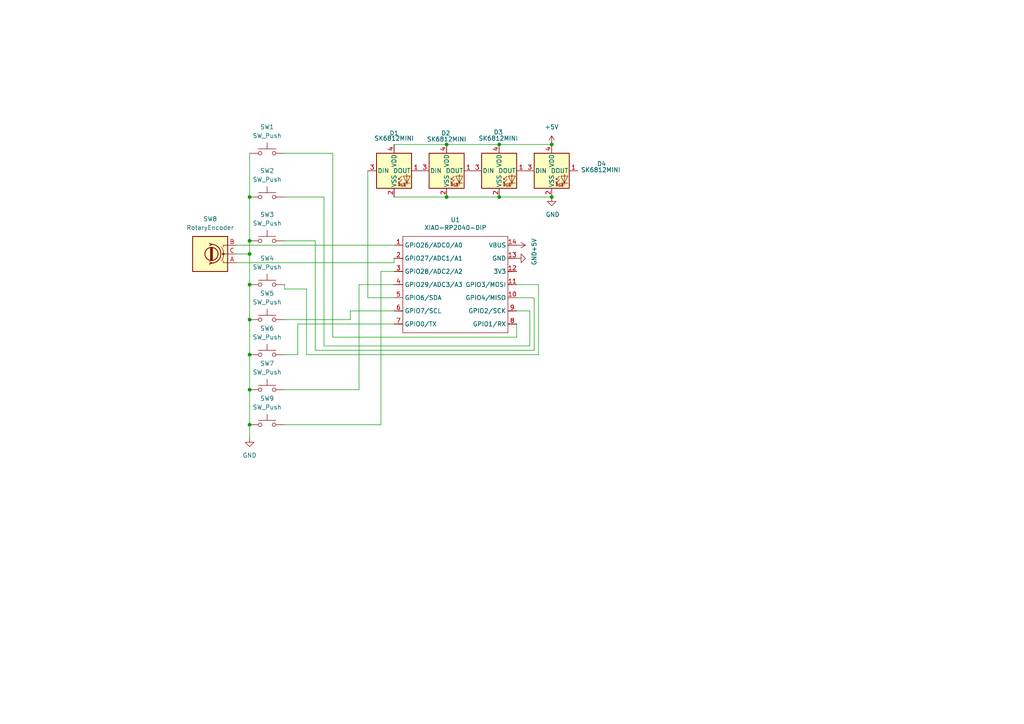
<source format=kicad_sch>
(kicad_sch (version 20250114) (generator "eeschema") (generator_version "9.0")
  (paper "A4")
  (lib_symbols
    (symbol "Device:RotaryEncoder" (pin_names (offset 0.254) (hide yes))
      (property "Reference" "SW" (at 0 6.604 0))
      (property "Value" "RotaryEncoder" (at 0 -6.604 0))
      (symbol "RotaryEncoder_0_1"
        (rectangle (start -5.08 5.08) (end 5.08 -5.08) (stroke (width 0.254)) (fill (type background)))
        (polyline (pts (xy -5.08 2.54) (xy -3.81 2.54) (xy -3.81 2.032)))
        (polyline (pts (xy -5.08 0) (xy -3.81 0) (xy -3.81 -1.016) (xy -3.302 -2.032)))
        (polyline (pts (xy -5.08 -2.54) (xy -3.81 -2.54) (xy -3.81 -2.032)))
        (polyline (pts (xy -4.318 0) (xy -3.81 0) (xy -3.81 1.016) (xy -3.302 2.032)))
        (circle (center -3.81 0) (radius 0.254) (fill (type outline)))
        (polyline (pts (xy -0.635 -1.778) (xy -0.635 1.778)) (stroke (width 0.254)))
        (circle (center -0.381 0) (radius 1.905) (stroke (width 0.254)))
        (polyline (pts (xy -0.381 -1.778) (xy -0.381 1.778)) (stroke (width 0.254)))
        (arc (start -0.381 -2.794) (mid -3.0988 -0.0635) (end -0.381 2.667) (stroke (width 0.254)))
        (polyline (pts (xy -0.127 1.778) (xy -0.127 -1.778)) (stroke (width 0.254)))
        (polyline (pts (xy 0.254 2.921) (xy -0.508 2.667) (xy 0.127 2.286)) (stroke (width 0.254)))
        (polyline (pts (xy 0.254 -3.048) (xy -0.508 -2.794) (xy 0.127 -2.413)) (stroke (width 0.254)))
      )
      (symbol "RotaryEncoder_1_1"
        (pin passive line (at -7.62 2.54 0) (length 2.54) (name "A") (number "A"))
        (pin passive line (at -7.62 0 0) (length 2.54) (name "C") (number "C"))
        (pin passive line (at -7.62 -2.54 0) (length 2.54) (name "B") (number "B"))
      )
    )
    (symbol "LED:SK6812MINI" (pin_names (offset 0.254))
      (property "Reference" "D" (at 5.08 5.715 0))
      (property "Value" "SK6812MINI" (at 1.27 -5.715 0))
      (symbol "SK6812MINI_0_0"
        (text "RGB" (at 2.286 -4.191 0) (effects (font (size 0.762 0.762))))
      )
      (symbol "SK6812MINI_0_1"
        (polyline (pts (xy 1.27 -2.54) (xy 1.778 -2.54)))
        (polyline (pts (xy 1.27 -3.556) (xy 1.778 -3.556)))
        (polyline (pts (xy 2.286 -1.524) (xy 1.27 -2.54) (xy 1.27 -2.032)))
        (polyline (pts (xy 2.286 -2.54) (xy 1.27 -3.556) (xy 1.27 -3.048)))
        (polyline (pts (xy 3.683 -1.016) (xy 3.683 -3.556) (xy 3.683 -4.064)))
        (polyline (pts (xy 4.699 -1.524) (xy 2.667 -1.524) (xy 3.683 -3.556) (xy 4.699 -1.524)))
        (polyline (pts (xy 4.699 -3.556) (xy 2.667 -3.556)))
        (rectangle (start 5.08 5.08) (end -5.08 -5.08) (stroke (width 0.254)) (fill (type background)))
      )
      (symbol "SK6812MINI_1_1"
        (pin input line (at -7.62 0 0) (length 2.54) (name "DIN") (number "3"))
        (pin power_in line (at 0 7.62 270) (length 2.54) (name "VDD") (number "4"))
        (pin power_in line (at 0 -7.62 90) (length 2.54) (name "VSS") (number "2"))
        (pin output line (at 7.62 0 180) (length 2.54) (name "DOUT") (number "1"))
      )
    )
    (symbol "Seeed_Studio_XIAO_Series:XIAO-RP2040-DIP"
      (property "Reference" "U" (at 0 0 0))
      (property "Value" "XIAO-RP2040-DIP" (at 5.334 -1.778 0))
      (symbol "XIAO-RP2040-DIP_1_0"
        (polyline (pts (xy -1.27 -2.54) (xy 29.21 -2.54)) (stroke (width 0.1524)))
        (polyline (pts (xy -1.27 -5.08) (xy -2.54 -5.08)) (stroke (width 0.1524)))
        (polyline (pts (xy -1.27 -5.08) (xy -1.27 -2.54)) (stroke (width 0.1524)))
        (polyline (pts (xy -1.27 -8.89) (xy -2.54 -8.89)) (stroke (width 0.1524)))
        (polyline (pts (xy -1.27 -8.89) (xy -1.27 -5.08)) (stroke (width 0.1524)))
        (polyline (pts (xy -1.27 -12.7) (xy -2.54 -12.7)) (stroke (width 0.1524)))
        (polyline (pts (xy -1.27 -12.7) (xy -1.27 -8.89)) (stroke (width 0.1524)))
        (polyline (pts (xy -1.27 -16.51) (xy -2.54 -16.51)) (stroke (width 0.1524)))
        (polyline (pts (xy -1.27 -16.51) (xy -1.27 -12.7)) (stroke (width 0.1524)))
        (polyline (pts (xy -1.27 -20.32) (xy -2.54 -20.32)) (stroke (width 0.1524)))
        (polyline (pts (xy -1.27 -24.13) (xy -2.54 -24.13)) (stroke (width 0.1524)))
        (polyline (pts (xy -1.27 -27.94) (xy -2.54 -27.94)) (stroke (width 0.1524)))
        (polyline (pts (xy -1.27 -30.48) (xy -1.27 -16.51)) (stroke (width 0.1524)))
        (polyline (pts (xy 29.21 -2.54) (xy 29.21 -5.08)) (stroke (width 0.1524)))
        (polyline (pts (xy 29.21 -5.08) (xy 29.21 -8.89)) (stroke (width 0.1524)))
        (polyline (pts (xy 29.21 -8.89) (xy 29.21 -12.7)) (stroke (width 0.1524)))
        (polyline (pts (xy 29.21 -12.7) (xy 29.21 -30.48)) (stroke (width 0.1524)))
        (polyline (pts (xy 29.21 -30.48) (xy -1.27 -30.48)) (stroke (width 0.1524)))
        (polyline (pts (xy 30.48 -5.08) (xy 29.21 -5.08)) (stroke (width 0.1524)))
        (polyline (pts (xy 30.48 -8.89) (xy 29.21 -8.89)) (stroke (width 0.1524)))
        (polyline (pts (xy 30.48 -12.7) (xy 29.21 -12.7)) (stroke (width 0.1524)))
        (polyline (pts (xy 30.48 -16.51) (xy 29.21 -16.51)) (stroke (width 0.1524)))
        (polyline (pts (xy 30.48 -20.32) (xy 29.21 -20.32)) (stroke (width 0.1524)))
        (polyline (pts (xy 30.48 -24.13) (xy 29.21 -24.13)) (stroke (width 0.1524)))
        (polyline (pts (xy 30.48 -27.94) (xy 29.21 -27.94)) (stroke (width 0.1524)))
        (pin passive line (at -3.81 -5.08 0) (length 2.54) (name "GPIO26/ADC0/A0") (number "1"))
        (pin passive line (at -3.81 -8.89 0) (length 2.54) (name "GPIO27/ADC1/A1") (number "2"))
        (pin passive line (at -3.81 -12.7 0) (length 2.54) (name "GPIO28/ADC2/A2") (number "3"))
        (pin passive line (at -3.81 -16.51 0) (length 2.54) (name "GPIO29/ADC3/A3") (number "4"))
        (pin passive line (at -3.81 -20.32 0) (length 2.54) (name "GPIO6/SDA") (number "5"))
        (pin passive line (at -3.81 -24.13 0) (length 2.54) (name "GPIO7/SCL") (number "6"))
        (pin passive line (at -3.81 -27.94 0) (length 2.54) (name "GPIO0/TX") (number "7"))
        (pin passive line (at 31.75 -5.08 180) (length 2.54) (name "VBUS") (number "14"))
        (pin passive line (at 31.75 -8.89 180) (length 2.54) (name "GND") (number "13"))
        (pin passive line (at 31.75 -12.7 180) (length 2.54) (name "3V3") (number "12"))
        (pin passive line (at 31.75 -16.51 180) (length 2.54) (name "GPIO3/MOSI") (number "11"))
        (pin passive line (at 31.75 -20.32 180) (length 2.54) (name "GPIO4/MISO") (number "10"))
        (pin passive line (at 31.75 -24.13 180) (length 2.54) (name "GPIO2/SCK") (number "9"))
        (pin passive line (at 31.75 -27.94 180) (length 2.54) (name "GPIO1/RX") (number "8"))
      )
    )
    (symbol "Switch:SW_Push" (pin_numbers (hide yes)) (pin_names (offset 1.016) (hide yes))
      (property "Reference" "SW" (at 1.27 2.54 0))
      (property "Value" "SW_Push" (at 0 -1.524 0))
      (symbol "SW_Push_0_1"
        (circle (center -2.032 0) (radius 0.508))
        (polyline (pts (xy 0 1.27) (xy 0 3.048)))
        (circle (center 2.032 0) (radius 0.508))
        (polyline (pts (xy 2.54 1.27) (xy -2.54 1.27)))
        (pin passive line (at -5.08 0 0) (length 2.54) (name "1") (number "1"))
        (pin passive line (at 5.08 0 180) (length 2.54) (name "2") (number "2"))
      )
    )
    (symbol "power:+5V" (power) (pin_numbers (hide yes)) (pin_names (offset 0) (hide yes))
      (property "Value" "+5V" (at 0 3.556 0))
      (symbol "+5V_0_1"
        (polyline (pts (xy -0.762 1.27) (xy 0 2.54)))
        (polyline (pts (xy 0 2.54) (xy 0.762 1.27)))
        (polyline (pts (xy 0 0) (xy 0 2.54)))
      )
      (symbol "+5V_1_1"
        (pin power_in line (at 0 0 90) (length 0) (name "~") (number "1"))
      )
    )
    (symbol "power:GND" (power) (pin_numbers (hide yes)) (pin_names (offset 0) (hide yes))
      (property "Value" "GND" (at 0 -3.81 0))
      (symbol "GND_0_1"
        (polyline (pts (xy 0 0) (xy 0 -1.27) (xy 1.27 -1.27) (xy 0 -2.54) (xy -1.27 -1.27) (xy 0 -1.27)))
      )
      (symbol "GND_1_1"
        (pin power_in line (at 0 0 270) (length 0) (name "~") (number "1"))
      )
    )
  )
  (junction (at 72.39 57.15))
  (junction (at 72.39 123.19))
  (junction (at 72.39 92.71))
  (junction (at 72.39 113.03))
  (junction (at 160.02 57.15))
  (junction (at 129.54 41.91))
  (junction (at 144.78 57.15))
  (junction (at 72.39 69.85))
  (junction (at 144.78 41.91))
  (junction (at 129.54 57.15))
  (junction (at 72.39 82.55))
  (junction (at 72.39 102.87))
  (junction (at 160.02 41.91))
  (junction (at 72.39 73.66))
  (wire (pts (xy 72.39 73.66) (xy 72.39 82.55)))
  (wire (pts (xy 144.78 57.15) (xy 160.02 57.15)))
  (wire (pts (xy 114.3 57.15) (xy 129.54 57.15)))
  (wire (pts (xy 129.54 57.15) (xy 144.78 57.15)))
  (wire (pts (xy 68.58 76.2) (xy 114.3 76.2)))
  (wire (pts (xy 104.14 113.03) (xy 104.14 82.55)))
  (wire (pts (xy 82.55 44.45) (xy 96.52 44.45)))
  (wire (pts (xy 72.39 57.15) (xy 72.39 69.85)))
  (wire (pts (xy 149.86 93.98) (xy 149.86 97.79)))
  (wire (pts (xy 153.67 100.33) (xy 153.67 90.17)))
  (wire (pts (xy 72.39 82.55) (xy 72.39 92.71)))
  (wire (pts (xy 72.39 44.45) (xy 72.39 57.15)))
  (wire (pts (xy 149.86 86.36) (xy 154.94 86.36)))
  (wire (pts (xy 156.21 82.55) (xy 156.21 102.87)))
  (wire (pts (xy 96.52 97.79) (xy 149.86 97.79)))
  (wire (pts (xy 82.55 83.82) (xy 82.55 82.55)))
  (wire (pts (xy 149.86 82.55) (xy 156.21 82.55)))
  (wire (pts (xy 72.39 69.85) (xy 72.39 73.66)))
  (wire (pts (xy 82.55 113.03) (xy 104.14 113.03)))
  (wire (pts (xy 72.39 123.19) (xy 72.39 127)))
  (wire (pts (xy 68.58 71.12) (xy 114.3 71.12)))
  (wire (pts (xy 82.55 57.15) (xy 93.98 57.15)))
  (wire (pts (xy 91.44 101.6) (xy 91.44 69.85)))
  (wire (pts (xy 114.3 76.2) (xy 114.3 74.93)))
  (wire (pts (xy 114.3 41.91) (xy 129.54 41.91)))
  (wire (pts (xy 154.94 101.6) (xy 91.44 101.6)))
  (wire (pts (xy 129.54 41.91) (xy 144.78 41.91)))
  (wire (pts (xy 154.94 86.36) (xy 154.94 101.6)))
  (wire (pts (xy 101.6 92.71) (xy 101.6 90.17)))
  (wire (pts (xy 144.78 41.91) (xy 160.02 41.91)))
  (wire (pts (xy 96.52 44.45) (xy 96.52 97.79)))
  (wire (pts (xy 88.9 102.87) (xy 88.9 83.82)))
  (wire (pts (xy 72.39 92.71) (xy 72.39 102.87)))
  (wire (pts (xy 68.58 73.66) (xy 72.39 73.66)))
  (wire (pts (xy 82.55 123.19) (xy 110.49 123.19)))
  (wire (pts (xy 82.55 92.71) (xy 101.6 92.71)))
  (wire (pts (xy 153.67 90.17) (xy 149.86 90.17)))
  (wire (pts (xy 72.39 102.87) (xy 72.39 113.03)))
  (wire (pts (xy 72.39 113.03) (xy 72.39 123.19)))
  (wire (pts (xy 93.98 100.33) (xy 153.67 100.33)))
  (wire (pts (xy 106.68 86.36) (xy 114.3 86.36)))
  (wire (pts (xy 110.49 78.74) (xy 114.3 78.74)))
  (wire (pts (xy 91.44 69.85) (xy 82.55 69.85)))
  (wire (pts (xy 82.55 102.87) (xy 86.36 102.87)))
  (wire (pts (xy 106.68 49.53) (xy 106.68 86.36)))
  (wire (pts (xy 156.21 102.87) (xy 88.9 102.87)))
  (wire (pts (xy 101.6 90.17) (xy 114.3 90.17)))
  (wire (pts (xy 93.98 57.15) (xy 93.98 100.33)))
  (wire (pts (xy 86.36 102.87) (xy 86.36 93.98)))
  (wire (pts (xy 104.14 82.55) (xy 114.3 82.55)))
  (wire (pts (xy 88.9 83.82) (xy 82.55 83.82)))
  (wire (pts (xy 110.49 123.19) (xy 110.49 78.74)))
  (wire (pts (xy 86.36 93.98) (xy 114.3 93.98)))
  (symbol (lib_id "Switch:SW_Push") (at 77.47 113.03 0) (unit 1)
    (property "Reference" "SW7" (at 77.47 105.41 0))
    (property "Value" "SW_Push" (at 77.47 107.95 0))
    (property "Footprint" "Button_Switch_Keyboard:SW_Cherry_MX_1.00u_PCB" (effects (hide yes)))
    (property "Description" "Push button switch, generic, two pins" (effects (hide yes)))
  )
  (symbol (lib_id "Switch:SW_Push") (at 77.47 102.87 0) (unit 1)
    (property "Reference" "SW6" (at 77.47 95.25 0))
    (property "Value" "SW_Push" (at 77.47 97.79 0))
    (property "Footprint" "Button_Switch_Keyboard:SW_Cherry_MX_1.00u_PCB" (effects (hide yes)))
    (property "Description" "Push button switch, generic, two pins" (effects (hide yes)))
  )
  (symbol (lib_id "Switch:SW_Push") (at 77.47 82.55 0) (unit 1)
    (property "Reference" "SW4" (at 77.47 74.93 0))
    (property "Value" "SW_Push" (at 77.47 77.47 0))
    (property "Footprint" "Button_Switch_Keyboard:SW_Cherry_MX_1.00u_PCB" (effects (hide yes)))
    (property "Description" "Push button switch, generic, two pins" (effects (hide yes)))
  )
  (symbol (lib_id "Switch:SW_Push") (at 77.47 92.71 0) (unit 1)
    (property "Reference" "SW5" (at 77.47 85.09 0))
    (property "Value" "SW_Push" (at 77.47 87.63 0))
    (property "Footprint" "Button_Switch_Keyboard:SW_Cherry_MX_1.00u_PCB" (effects (hide yes)))
    (property "Description" "Push button switch, generic, two pins" (effects (hide yes)))
  )
  (symbol (lib_id "Device:RotaryEncoder") (at 60.96 73.66 180) (unit 1)
    (property "Reference" "SW8" (at 60.96 63.5 0))
    (property "Value" "RotaryEncoder" (at 60.96 66.04 0))
    (property "Footprint" "Rotary_Encoder:RotaryEncoder_Alps_EC11E_Vertical_H20mm" (effects (hide yes)))
    (property "Description" "Rotary encoder, dual channel, incremental quadrate outputs" (effects (hide yes)))
  )
  (symbol (lib_id "Seeed_Studio_XIAO_Series:XIAO-RP2040-DIP") (at 118.11 66.04 0) (unit 1)
    (property "Reference" "U1" (at 132.08 63.754 0))
    (property "Value" "XIAO-RP2040-DIP" (at 132.08 66.04 0))
    (property "Footprint" "Seeed Studio XIAO Series Library:XIAO-RP2040-DIP" (effects (hide yes)))
  )
  (symbol (lib_id "power:+5V") (at 149.86 71.12 270) (unit 1)
    (property "Reference" "#PWR02" (effects (hide yes)))
    (property "Value" "+5V" (at 154.94 71.12 0))
    (property "Description" "Power symbol creates a global label with name \"+5V\"" (effects (hide yes)))
  )
  (symbol (lib_id "Switch:SW_Push") (at 77.47 123.19 0) (unit 1)
    (property "Reference" "SW9" (at 77.47 115.57 0))
    (property "Value" "SW_Push" (at 77.47 118.11 0))
    (property "Footprint" "Button_Switch_Keyboard:SW_Cherry_MX_1.00u_PCB" (effects (hide yes)))
    (property "Description" "Push button switch, generic, two pins" (effects (hide yes)))
  )
  (symbol (lib_id "power:GND") (at 149.86 74.93 90) (unit 1)
    (property "Reference" "#PWR01" (effects (hide yes)))
    (property "Value" "GND" (at 154.94 74.93 0))
    (property "Description" "Power symbol creates a global label with name \"GND\" , ground" (effects (hide yes)))
  )
  (symbol (lib_id "LED:SK6812MINI") (at 129.54 49.53 0) (unit 1)
    (property "Reference" "D2" (at 129.286 38.608 0))
    (property "Value" "SK6812MINI" (at 129.54 40.386 0))
    (property "Footprint" "LED_SMD:LED_SK6812MINI_PLCC4_3.5x3.5mm_P1.75mm" (effects (hide yes)))
    (property "Datasheet" "https://cdn-shop.adafruit.com/product-files/2686/SK6812MINI_REV.01-1-2.pdf" (effects (hide yes)))
    (property "Description" "RGB LED with integrated controller" (effects (hide yes)))
  )
  (symbol (lib_id "Switch:SW_Push") (at 77.47 69.85 0) (unit 1)
    (property "Reference" "SW3" (at 77.47 62.23 0))
    (property "Value" "SW_Push" (at 77.47 64.77 0))
    (property "Footprint" "Button_Switch_Keyboard:SW_Cherry_MX_1.00u_PCB" (effects (hide yes)))
    (property "Description" "Push button switch, generic, two pins" (effects (hide yes)))
  )
  (symbol (lib_id "power:GND") (at 72.39 127 0) (unit 1)
    (property "Reference" "#PWR05" (effects (hide yes)))
    (property "Value" "GND" (at 72.39 132.08 0))
    (property "Description" "Power symbol creates a global label with name \"GND\" , ground" (effects (hide yes)))
  )
  (symbol (lib_id "LED:SK6812MINI") (at 114.3 49.53 0) (unit 1)
    (property "Reference" "D1" (at 114.3 38.608 0))
    (property "Value" "SK6812MINI" (at 114.3 40.132 0))
    (property "Footprint" "LED_SMD:LED_SK6812MINI_PLCC4_3.5x3.5mm_P1.75mm" (effects (hide yes)))
    (property "Datasheet" "https://cdn-shop.adafruit.com/product-files/2686/SK6812MINI_REV.01-1-2.pdf" (effects (hide yes)))
    (property "Description" "RGB LED with integrated controller" (effects (hide yes)))
  )
  (symbol (lib_id "LED:SK6812MINI") (at 160.02 49.53 0) (unit 1)
    (property "Reference" "D4" (at 174.498 47.498 0))
    (property "Value" "SK6812MINI" (at 174.244 49.276 0))
    (property "Footprint" "LED_SMD:LED_SK6812MINI_PLCC4_3.5x3.5mm_P1.75mm" (effects (hide yes)))
    (property "Datasheet" "https://cdn-shop.adafruit.com/product-files/2686/SK6812MINI_REV.01-1-2.pdf" (effects (hide yes)))
    (property "Description" "RGB LED with integrated controller" (effects (hide yes)))
  )
  (symbol (lib_id "Switch:SW_Push") (at 77.47 44.45 0) (unit 1)
    (property "Reference" "SW1" (at 77.47 36.83 0))
    (property "Value" "SW_Push" (at 77.47 39.37 0))
    (property "Footprint" "Button_Switch_Keyboard:SW_Cherry_MX_1.00u_PCB" (effects (hide yes)))
    (property "Description" "Push button switch, generic, two pins" (effects (hide yes)))
  )
  (symbol (lib_id "Switch:SW_Push") (at 77.47 57.15 0) (unit 1)
    (property "Reference" "SW2" (at 77.47 49.53 0))
    (property "Value" "SW_Push" (at 77.47 52.07 0))
    (property "Footprint" "Button_Switch_Keyboard:SW_Cherry_MX_1.00u_PCB" (effects (hide yes)))
    (property "Description" "Push button switch, generic, two pins" (effects (hide yes)))
  )
  (symbol (lib_id "power:GND") (at 160.02 57.15 0) (unit 1)
    (property "Reference" "#PWR03" (effects (hide yes)))
    (property "Value" "GND" (at 160.274 62.23 0))
    (property "Description" "Power symbol creates a global label with name \"GND\" , ground" (effects (hide yes)))
  )
  (symbol (lib_id "power:+5V") (at 160.02 41.91 0) (unit 1)
    (property "Reference" "#PWR04" (effects (hide yes)))
    (property "Value" "+5V" (at 160.02 36.83 0))
    (property "Description" "Power symbol creates a global label with name \"+5V\"" (effects (hide yes)))
  )
  (symbol (lib_id "LED:SK6812MINI") (at 144.78 49.53 0) (unit 1)
    (property "Reference" "D3" (at 144.526 38.354 0))
    (property "Value" "SK6812MINI" (at 144.526 40.132 0))
    (property "Footprint" "LED_SMD:LED_SK6812MINI_PLCC4_3.5x3.5mm_P1.75mm" (effects (hide yes)))
    (property "Datasheet" "https://cdn-shop.adafruit.com/product-files/2686/SK6812MINI_REV.01-1-2.pdf" (effects (hide yes)))
    (property "Description" "RGB LED with integrated controller" (effects (hide yes)))
  )
)
</source>
